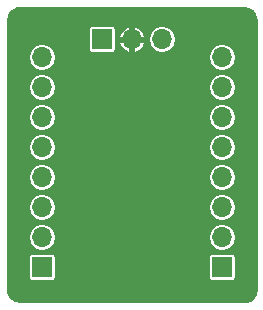
<source format=gbr>
G04 #@! TF.GenerationSoftware,KiCad,Pcbnew,(5.0.2)-1*
G04 #@! TF.CreationDate,2019-08-04T21:59:47-04:00*
G04 #@! TF.ProjectId,LSF0108PWR_Breakout,4c534630-3130-4385-9057-525f42726561,rev?*
G04 #@! TF.SameCoordinates,Original*
G04 #@! TF.FileFunction,Copper,L2,Bot*
G04 #@! TF.FilePolarity,Positive*
%FSLAX46Y46*%
G04 Gerber Fmt 4.6, Leading zero omitted, Abs format (unit mm)*
G04 Created by KiCad (PCBNEW (5.0.2)-1) date 8/4/2019 9:59:47 PM*
%MOMM*%
%LPD*%
G01*
G04 APERTURE LIST*
G04 #@! TA.AperFunction,ComponentPad*
%ADD10R,1.700000X1.700000*%
G04 #@! TD*
G04 #@! TA.AperFunction,ComponentPad*
%ADD11O,1.700000X1.700000*%
G04 #@! TD*
G04 #@! TA.AperFunction,ViaPad*
%ADD12C,0.800000*%
G04 #@! TD*
G04 #@! TA.AperFunction,Conductor*
%ADD13C,0.254000*%
G04 #@! TD*
G04 APERTURE END LIST*
D10*
G04 #@! TO.P,J1,1*
G04 #@! TO.N,Net-(J1-Pad1)*
X124460000Y-93980000D03*
D11*
G04 #@! TO.P,J1,2*
G04 #@! TO.N,Net-(J1-Pad2)*
X124460000Y-91440000D03*
G04 #@! TO.P,J1,3*
G04 #@! TO.N,Net-(J1-Pad3)*
X124460000Y-88900000D03*
G04 #@! TO.P,J1,4*
G04 #@! TO.N,Net-(J1-Pad4)*
X124460000Y-86360000D03*
G04 #@! TO.P,J1,5*
G04 #@! TO.N,Net-(J1-Pad5)*
X124460000Y-83820000D03*
G04 #@! TO.P,J1,6*
G04 #@! TO.N,Net-(J1-Pad6)*
X124460000Y-81280000D03*
G04 #@! TO.P,J1,7*
G04 #@! TO.N,Net-(J1-Pad7)*
X124460000Y-78740000D03*
G04 #@! TO.P,J1,8*
G04 #@! TO.N,Net-(J1-Pad8)*
X124460000Y-76200000D03*
G04 #@! TD*
G04 #@! TO.P,J2,8*
G04 #@! TO.N,Net-(J2-Pad8)*
X139700000Y-76200000D03*
G04 #@! TO.P,J2,7*
G04 #@! TO.N,Net-(J2-Pad7)*
X139700000Y-78740000D03*
G04 #@! TO.P,J2,6*
G04 #@! TO.N,Net-(J2-Pad6)*
X139700000Y-81280000D03*
G04 #@! TO.P,J2,5*
G04 #@! TO.N,Net-(J2-Pad5)*
X139700000Y-83820000D03*
G04 #@! TO.P,J2,4*
G04 #@! TO.N,Net-(J2-Pad4)*
X139700000Y-86360000D03*
G04 #@! TO.P,J2,3*
G04 #@! TO.N,Net-(J2-Pad3)*
X139700000Y-88900000D03*
G04 #@! TO.P,J2,2*
G04 #@! TO.N,Net-(J2-Pad2)*
X139700000Y-91440000D03*
D10*
G04 #@! TO.P,J2,1*
G04 #@! TO.N,Net-(J2-Pad1)*
X139700000Y-93980000D03*
G04 #@! TD*
G04 #@! TO.P,J3,1*
G04 #@! TO.N,Net-(C1-Pad1)*
X129540000Y-74676000D03*
D11*
G04 #@! TO.P,J3,2*
G04 #@! TO.N,GND*
X132080000Y-74676000D03*
G04 #@! TO.P,J3,3*
G04 #@! TO.N,Net-(J3-Pad3)*
X134620000Y-74676000D03*
G04 #@! TD*
D12*
G04 #@! TO.N,GND*
X122174000Y-94488000D03*
X122174000Y-90678000D03*
X122174000Y-86868000D03*
X122174000Y-83058000D03*
X122174000Y-79502000D03*
X122174000Y-75946000D03*
X141986000Y-75692000D03*
X141986000Y-79248000D03*
X141986000Y-82804000D03*
X141986000Y-86360000D03*
X141986000Y-90170000D03*
X141986000Y-94234000D03*
X132080000Y-78041500D03*
X132080000Y-79311500D03*
X130746500Y-80264000D03*
X132080000Y-80708500D03*
X132080000Y-82105500D03*
X129159000Y-82359500D03*
X131318000Y-83883500D03*
G04 #@! TD*
D13*
G04 #@! TO.N,GND*
G36*
X141934482Y-72119755D02*
X142224224Y-72287038D01*
X142439278Y-72543329D01*
X142558320Y-72870396D01*
X142573000Y-73038187D01*
X142573001Y-95858572D01*
X142510245Y-96214484D01*
X142342962Y-96504224D01*
X142086671Y-96719278D01*
X141759606Y-96838320D01*
X141591812Y-96853000D01*
X122581422Y-96853000D01*
X122225516Y-96790245D01*
X121935776Y-96622962D01*
X121720722Y-96366671D01*
X121601680Y-96039606D01*
X121587000Y-95871812D01*
X121587000Y-93130000D01*
X123276594Y-93130000D01*
X123276594Y-94830000D01*
X123301973Y-94957589D01*
X123374246Y-95065754D01*
X123482411Y-95138027D01*
X123610000Y-95163406D01*
X125310000Y-95163406D01*
X125437589Y-95138027D01*
X125545754Y-95065754D01*
X125618027Y-94957589D01*
X125643406Y-94830000D01*
X125643406Y-93130000D01*
X138516594Y-93130000D01*
X138516594Y-94830000D01*
X138541973Y-94957589D01*
X138614246Y-95065754D01*
X138722411Y-95138027D01*
X138850000Y-95163406D01*
X140550000Y-95163406D01*
X140677589Y-95138027D01*
X140785754Y-95065754D01*
X140858027Y-94957589D01*
X140883406Y-94830000D01*
X140883406Y-93130000D01*
X140858027Y-93002411D01*
X140785754Y-92894246D01*
X140677589Y-92821973D01*
X140550000Y-92796594D01*
X138850000Y-92796594D01*
X138722411Y-92821973D01*
X138614246Y-92894246D01*
X138541973Y-93002411D01*
X138516594Y-93130000D01*
X125643406Y-93130000D01*
X125618027Y-93002411D01*
X125545754Y-92894246D01*
X125437589Y-92821973D01*
X125310000Y-92796594D01*
X123610000Y-92796594D01*
X123482411Y-92821973D01*
X123374246Y-92894246D01*
X123301973Y-93002411D01*
X123276594Y-93130000D01*
X121587000Y-93130000D01*
X121587000Y-91440000D01*
X123259942Y-91440000D01*
X123351291Y-91899242D01*
X123611431Y-92288569D01*
X124000758Y-92548709D01*
X124344080Y-92617000D01*
X124575920Y-92617000D01*
X124919242Y-92548709D01*
X125308569Y-92288569D01*
X125568709Y-91899242D01*
X125660058Y-91440000D01*
X138499942Y-91440000D01*
X138591291Y-91899242D01*
X138851431Y-92288569D01*
X139240758Y-92548709D01*
X139584080Y-92617000D01*
X139815920Y-92617000D01*
X140159242Y-92548709D01*
X140548569Y-92288569D01*
X140808709Y-91899242D01*
X140900058Y-91440000D01*
X140808709Y-90980758D01*
X140548569Y-90591431D01*
X140159242Y-90331291D01*
X139815920Y-90263000D01*
X139584080Y-90263000D01*
X139240758Y-90331291D01*
X138851431Y-90591431D01*
X138591291Y-90980758D01*
X138499942Y-91440000D01*
X125660058Y-91440000D01*
X125568709Y-90980758D01*
X125308569Y-90591431D01*
X124919242Y-90331291D01*
X124575920Y-90263000D01*
X124344080Y-90263000D01*
X124000758Y-90331291D01*
X123611431Y-90591431D01*
X123351291Y-90980758D01*
X123259942Y-91440000D01*
X121587000Y-91440000D01*
X121587000Y-88900000D01*
X123259942Y-88900000D01*
X123351291Y-89359242D01*
X123611431Y-89748569D01*
X124000758Y-90008709D01*
X124344080Y-90077000D01*
X124575920Y-90077000D01*
X124919242Y-90008709D01*
X125308569Y-89748569D01*
X125568709Y-89359242D01*
X125660058Y-88900000D01*
X138499942Y-88900000D01*
X138591291Y-89359242D01*
X138851431Y-89748569D01*
X139240758Y-90008709D01*
X139584080Y-90077000D01*
X139815920Y-90077000D01*
X140159242Y-90008709D01*
X140548569Y-89748569D01*
X140808709Y-89359242D01*
X140900058Y-88900000D01*
X140808709Y-88440758D01*
X140548569Y-88051431D01*
X140159242Y-87791291D01*
X139815920Y-87723000D01*
X139584080Y-87723000D01*
X139240758Y-87791291D01*
X138851431Y-88051431D01*
X138591291Y-88440758D01*
X138499942Y-88900000D01*
X125660058Y-88900000D01*
X125568709Y-88440758D01*
X125308569Y-88051431D01*
X124919242Y-87791291D01*
X124575920Y-87723000D01*
X124344080Y-87723000D01*
X124000758Y-87791291D01*
X123611431Y-88051431D01*
X123351291Y-88440758D01*
X123259942Y-88900000D01*
X121587000Y-88900000D01*
X121587000Y-86360000D01*
X123259942Y-86360000D01*
X123351291Y-86819242D01*
X123611431Y-87208569D01*
X124000758Y-87468709D01*
X124344080Y-87537000D01*
X124575920Y-87537000D01*
X124919242Y-87468709D01*
X125308569Y-87208569D01*
X125568709Y-86819242D01*
X125660058Y-86360000D01*
X138499942Y-86360000D01*
X138591291Y-86819242D01*
X138851431Y-87208569D01*
X139240758Y-87468709D01*
X139584080Y-87537000D01*
X139815920Y-87537000D01*
X140159242Y-87468709D01*
X140548569Y-87208569D01*
X140808709Y-86819242D01*
X140900058Y-86360000D01*
X140808709Y-85900758D01*
X140548569Y-85511431D01*
X140159242Y-85251291D01*
X139815920Y-85183000D01*
X139584080Y-85183000D01*
X139240758Y-85251291D01*
X138851431Y-85511431D01*
X138591291Y-85900758D01*
X138499942Y-86360000D01*
X125660058Y-86360000D01*
X125568709Y-85900758D01*
X125308569Y-85511431D01*
X124919242Y-85251291D01*
X124575920Y-85183000D01*
X124344080Y-85183000D01*
X124000758Y-85251291D01*
X123611431Y-85511431D01*
X123351291Y-85900758D01*
X123259942Y-86360000D01*
X121587000Y-86360000D01*
X121587000Y-83820000D01*
X123259942Y-83820000D01*
X123351291Y-84279242D01*
X123611431Y-84668569D01*
X124000758Y-84928709D01*
X124344080Y-84997000D01*
X124575920Y-84997000D01*
X124919242Y-84928709D01*
X125308569Y-84668569D01*
X125568709Y-84279242D01*
X125660058Y-83820000D01*
X138499942Y-83820000D01*
X138591291Y-84279242D01*
X138851431Y-84668569D01*
X139240758Y-84928709D01*
X139584080Y-84997000D01*
X139815920Y-84997000D01*
X140159242Y-84928709D01*
X140548569Y-84668569D01*
X140808709Y-84279242D01*
X140900058Y-83820000D01*
X140808709Y-83360758D01*
X140548569Y-82971431D01*
X140159242Y-82711291D01*
X139815920Y-82643000D01*
X139584080Y-82643000D01*
X139240758Y-82711291D01*
X138851431Y-82971431D01*
X138591291Y-83360758D01*
X138499942Y-83820000D01*
X125660058Y-83820000D01*
X125568709Y-83360758D01*
X125308569Y-82971431D01*
X124919242Y-82711291D01*
X124575920Y-82643000D01*
X124344080Y-82643000D01*
X124000758Y-82711291D01*
X123611431Y-82971431D01*
X123351291Y-83360758D01*
X123259942Y-83820000D01*
X121587000Y-83820000D01*
X121587000Y-81280000D01*
X123259942Y-81280000D01*
X123351291Y-81739242D01*
X123611431Y-82128569D01*
X124000758Y-82388709D01*
X124344080Y-82457000D01*
X124575920Y-82457000D01*
X124919242Y-82388709D01*
X125308569Y-82128569D01*
X125568709Y-81739242D01*
X125660058Y-81280000D01*
X138499942Y-81280000D01*
X138591291Y-81739242D01*
X138851431Y-82128569D01*
X139240758Y-82388709D01*
X139584080Y-82457000D01*
X139815920Y-82457000D01*
X140159242Y-82388709D01*
X140548569Y-82128569D01*
X140808709Y-81739242D01*
X140900058Y-81280000D01*
X140808709Y-80820758D01*
X140548569Y-80431431D01*
X140159242Y-80171291D01*
X139815920Y-80103000D01*
X139584080Y-80103000D01*
X139240758Y-80171291D01*
X138851431Y-80431431D01*
X138591291Y-80820758D01*
X138499942Y-81280000D01*
X125660058Y-81280000D01*
X125568709Y-80820758D01*
X125308569Y-80431431D01*
X124919242Y-80171291D01*
X124575920Y-80103000D01*
X124344080Y-80103000D01*
X124000758Y-80171291D01*
X123611431Y-80431431D01*
X123351291Y-80820758D01*
X123259942Y-81280000D01*
X121587000Y-81280000D01*
X121587000Y-78740000D01*
X123259942Y-78740000D01*
X123351291Y-79199242D01*
X123611431Y-79588569D01*
X124000758Y-79848709D01*
X124344080Y-79917000D01*
X124575920Y-79917000D01*
X124919242Y-79848709D01*
X125308569Y-79588569D01*
X125568709Y-79199242D01*
X125660058Y-78740000D01*
X138499942Y-78740000D01*
X138591291Y-79199242D01*
X138851431Y-79588569D01*
X139240758Y-79848709D01*
X139584080Y-79917000D01*
X139815920Y-79917000D01*
X140159242Y-79848709D01*
X140548569Y-79588569D01*
X140808709Y-79199242D01*
X140900058Y-78740000D01*
X140808709Y-78280758D01*
X140548569Y-77891431D01*
X140159242Y-77631291D01*
X139815920Y-77563000D01*
X139584080Y-77563000D01*
X139240758Y-77631291D01*
X138851431Y-77891431D01*
X138591291Y-78280758D01*
X138499942Y-78740000D01*
X125660058Y-78740000D01*
X125568709Y-78280758D01*
X125308569Y-77891431D01*
X124919242Y-77631291D01*
X124575920Y-77563000D01*
X124344080Y-77563000D01*
X124000758Y-77631291D01*
X123611431Y-77891431D01*
X123351291Y-78280758D01*
X123259942Y-78740000D01*
X121587000Y-78740000D01*
X121587000Y-76200000D01*
X123259942Y-76200000D01*
X123351291Y-76659242D01*
X123611431Y-77048569D01*
X124000758Y-77308709D01*
X124344080Y-77377000D01*
X124575920Y-77377000D01*
X124919242Y-77308709D01*
X125308569Y-77048569D01*
X125568709Y-76659242D01*
X125660058Y-76200000D01*
X138499942Y-76200000D01*
X138591291Y-76659242D01*
X138851431Y-77048569D01*
X139240758Y-77308709D01*
X139584080Y-77377000D01*
X139815920Y-77377000D01*
X140159242Y-77308709D01*
X140548569Y-77048569D01*
X140808709Y-76659242D01*
X140900058Y-76200000D01*
X140808709Y-75740758D01*
X140548569Y-75351431D01*
X140159242Y-75091291D01*
X139815920Y-75023000D01*
X139584080Y-75023000D01*
X139240758Y-75091291D01*
X138851431Y-75351431D01*
X138591291Y-75740758D01*
X138499942Y-76200000D01*
X125660058Y-76200000D01*
X125568709Y-75740758D01*
X125308569Y-75351431D01*
X124919242Y-75091291D01*
X124575920Y-75023000D01*
X124344080Y-75023000D01*
X124000758Y-75091291D01*
X123611431Y-75351431D01*
X123351291Y-75740758D01*
X123259942Y-76200000D01*
X121587000Y-76200000D01*
X121587000Y-73826000D01*
X128356594Y-73826000D01*
X128356594Y-75526000D01*
X128381973Y-75653589D01*
X128454246Y-75761754D01*
X128562411Y-75834027D01*
X128690000Y-75859406D01*
X130390000Y-75859406D01*
X130517589Y-75834027D01*
X130625754Y-75761754D01*
X130698027Y-75653589D01*
X130723406Y-75526000D01*
X130723406Y-74984487D01*
X130944134Y-74984487D01*
X131148650Y-75395682D01*
X131494955Y-75697312D01*
X131771515Y-75811855D01*
X131953000Y-75763862D01*
X131953000Y-74803000D01*
X132207000Y-74803000D01*
X132207000Y-75763862D01*
X132388485Y-75811855D01*
X132665045Y-75697312D01*
X133011350Y-75395682D01*
X133215866Y-74984487D01*
X133168390Y-74803000D01*
X132207000Y-74803000D01*
X131953000Y-74803000D01*
X130991610Y-74803000D01*
X130944134Y-74984487D01*
X130723406Y-74984487D01*
X130723406Y-74676000D01*
X133419942Y-74676000D01*
X133511291Y-75135242D01*
X133771431Y-75524569D01*
X134160758Y-75784709D01*
X134504080Y-75853000D01*
X134735920Y-75853000D01*
X135079242Y-75784709D01*
X135468569Y-75524569D01*
X135728709Y-75135242D01*
X135820058Y-74676000D01*
X135728709Y-74216758D01*
X135468569Y-73827431D01*
X135079242Y-73567291D01*
X134735920Y-73499000D01*
X134504080Y-73499000D01*
X134160758Y-73567291D01*
X133771431Y-73827431D01*
X133511291Y-74216758D01*
X133419942Y-74676000D01*
X130723406Y-74676000D01*
X130723406Y-74367513D01*
X130944134Y-74367513D01*
X130991610Y-74549000D01*
X131953000Y-74549000D01*
X131953000Y-73588138D01*
X132207000Y-73588138D01*
X132207000Y-74549000D01*
X133168390Y-74549000D01*
X133215866Y-74367513D01*
X133011350Y-73956318D01*
X132665045Y-73654688D01*
X132388485Y-73540145D01*
X132207000Y-73588138D01*
X131953000Y-73588138D01*
X131771515Y-73540145D01*
X131494955Y-73654688D01*
X131148650Y-73956318D01*
X130944134Y-74367513D01*
X130723406Y-74367513D01*
X130723406Y-73826000D01*
X130698027Y-73698411D01*
X130625754Y-73590246D01*
X130517589Y-73517973D01*
X130390000Y-73492594D01*
X128690000Y-73492594D01*
X128562411Y-73517973D01*
X128454246Y-73590246D01*
X128381973Y-73698411D01*
X128356594Y-73826000D01*
X121587000Y-73826000D01*
X121587000Y-73051421D01*
X121649755Y-72695518D01*
X121817038Y-72405776D01*
X122073329Y-72190722D01*
X122400396Y-72071680D01*
X122568187Y-72057000D01*
X141578579Y-72057000D01*
X141934482Y-72119755D01*
X141934482Y-72119755D01*
G37*
X141934482Y-72119755D02*
X142224224Y-72287038D01*
X142439278Y-72543329D01*
X142558320Y-72870396D01*
X142573000Y-73038187D01*
X142573001Y-95858572D01*
X142510245Y-96214484D01*
X142342962Y-96504224D01*
X142086671Y-96719278D01*
X141759606Y-96838320D01*
X141591812Y-96853000D01*
X122581422Y-96853000D01*
X122225516Y-96790245D01*
X121935776Y-96622962D01*
X121720722Y-96366671D01*
X121601680Y-96039606D01*
X121587000Y-95871812D01*
X121587000Y-93130000D01*
X123276594Y-93130000D01*
X123276594Y-94830000D01*
X123301973Y-94957589D01*
X123374246Y-95065754D01*
X123482411Y-95138027D01*
X123610000Y-95163406D01*
X125310000Y-95163406D01*
X125437589Y-95138027D01*
X125545754Y-95065754D01*
X125618027Y-94957589D01*
X125643406Y-94830000D01*
X125643406Y-93130000D01*
X138516594Y-93130000D01*
X138516594Y-94830000D01*
X138541973Y-94957589D01*
X138614246Y-95065754D01*
X138722411Y-95138027D01*
X138850000Y-95163406D01*
X140550000Y-95163406D01*
X140677589Y-95138027D01*
X140785754Y-95065754D01*
X140858027Y-94957589D01*
X140883406Y-94830000D01*
X140883406Y-93130000D01*
X140858027Y-93002411D01*
X140785754Y-92894246D01*
X140677589Y-92821973D01*
X140550000Y-92796594D01*
X138850000Y-92796594D01*
X138722411Y-92821973D01*
X138614246Y-92894246D01*
X138541973Y-93002411D01*
X138516594Y-93130000D01*
X125643406Y-93130000D01*
X125618027Y-93002411D01*
X125545754Y-92894246D01*
X125437589Y-92821973D01*
X125310000Y-92796594D01*
X123610000Y-92796594D01*
X123482411Y-92821973D01*
X123374246Y-92894246D01*
X123301973Y-93002411D01*
X123276594Y-93130000D01*
X121587000Y-93130000D01*
X121587000Y-91440000D01*
X123259942Y-91440000D01*
X123351291Y-91899242D01*
X123611431Y-92288569D01*
X124000758Y-92548709D01*
X124344080Y-92617000D01*
X124575920Y-92617000D01*
X124919242Y-92548709D01*
X125308569Y-92288569D01*
X125568709Y-91899242D01*
X125660058Y-91440000D01*
X138499942Y-91440000D01*
X138591291Y-91899242D01*
X138851431Y-92288569D01*
X139240758Y-92548709D01*
X139584080Y-92617000D01*
X139815920Y-92617000D01*
X140159242Y-92548709D01*
X140548569Y-92288569D01*
X140808709Y-91899242D01*
X140900058Y-91440000D01*
X140808709Y-90980758D01*
X140548569Y-90591431D01*
X140159242Y-90331291D01*
X139815920Y-90263000D01*
X139584080Y-90263000D01*
X139240758Y-90331291D01*
X138851431Y-90591431D01*
X138591291Y-90980758D01*
X138499942Y-91440000D01*
X125660058Y-91440000D01*
X125568709Y-90980758D01*
X125308569Y-90591431D01*
X124919242Y-90331291D01*
X124575920Y-90263000D01*
X124344080Y-90263000D01*
X124000758Y-90331291D01*
X123611431Y-90591431D01*
X123351291Y-90980758D01*
X123259942Y-91440000D01*
X121587000Y-91440000D01*
X121587000Y-88900000D01*
X123259942Y-88900000D01*
X123351291Y-89359242D01*
X123611431Y-89748569D01*
X124000758Y-90008709D01*
X124344080Y-90077000D01*
X124575920Y-90077000D01*
X124919242Y-90008709D01*
X125308569Y-89748569D01*
X125568709Y-89359242D01*
X125660058Y-88900000D01*
X138499942Y-88900000D01*
X138591291Y-89359242D01*
X138851431Y-89748569D01*
X139240758Y-90008709D01*
X139584080Y-90077000D01*
X139815920Y-90077000D01*
X140159242Y-90008709D01*
X140548569Y-89748569D01*
X140808709Y-89359242D01*
X140900058Y-88900000D01*
X140808709Y-88440758D01*
X140548569Y-88051431D01*
X140159242Y-87791291D01*
X139815920Y-87723000D01*
X139584080Y-87723000D01*
X139240758Y-87791291D01*
X138851431Y-88051431D01*
X138591291Y-88440758D01*
X138499942Y-88900000D01*
X125660058Y-88900000D01*
X125568709Y-88440758D01*
X125308569Y-88051431D01*
X124919242Y-87791291D01*
X124575920Y-87723000D01*
X124344080Y-87723000D01*
X124000758Y-87791291D01*
X123611431Y-88051431D01*
X123351291Y-88440758D01*
X123259942Y-88900000D01*
X121587000Y-88900000D01*
X121587000Y-86360000D01*
X123259942Y-86360000D01*
X123351291Y-86819242D01*
X123611431Y-87208569D01*
X124000758Y-87468709D01*
X124344080Y-87537000D01*
X124575920Y-87537000D01*
X124919242Y-87468709D01*
X125308569Y-87208569D01*
X125568709Y-86819242D01*
X125660058Y-86360000D01*
X138499942Y-86360000D01*
X138591291Y-86819242D01*
X138851431Y-87208569D01*
X139240758Y-87468709D01*
X139584080Y-87537000D01*
X139815920Y-87537000D01*
X140159242Y-87468709D01*
X140548569Y-87208569D01*
X140808709Y-86819242D01*
X140900058Y-86360000D01*
X140808709Y-85900758D01*
X140548569Y-85511431D01*
X140159242Y-85251291D01*
X139815920Y-85183000D01*
X139584080Y-85183000D01*
X139240758Y-85251291D01*
X138851431Y-85511431D01*
X138591291Y-85900758D01*
X138499942Y-86360000D01*
X125660058Y-86360000D01*
X125568709Y-85900758D01*
X125308569Y-85511431D01*
X124919242Y-85251291D01*
X124575920Y-85183000D01*
X124344080Y-85183000D01*
X124000758Y-85251291D01*
X123611431Y-85511431D01*
X123351291Y-85900758D01*
X123259942Y-86360000D01*
X121587000Y-86360000D01*
X121587000Y-83820000D01*
X123259942Y-83820000D01*
X123351291Y-84279242D01*
X123611431Y-84668569D01*
X124000758Y-84928709D01*
X124344080Y-84997000D01*
X124575920Y-84997000D01*
X124919242Y-84928709D01*
X125308569Y-84668569D01*
X125568709Y-84279242D01*
X125660058Y-83820000D01*
X138499942Y-83820000D01*
X138591291Y-84279242D01*
X138851431Y-84668569D01*
X139240758Y-84928709D01*
X139584080Y-84997000D01*
X139815920Y-84997000D01*
X140159242Y-84928709D01*
X140548569Y-84668569D01*
X140808709Y-84279242D01*
X140900058Y-83820000D01*
X140808709Y-83360758D01*
X140548569Y-82971431D01*
X140159242Y-82711291D01*
X139815920Y-82643000D01*
X139584080Y-82643000D01*
X139240758Y-82711291D01*
X138851431Y-82971431D01*
X138591291Y-83360758D01*
X138499942Y-83820000D01*
X125660058Y-83820000D01*
X125568709Y-83360758D01*
X125308569Y-82971431D01*
X124919242Y-82711291D01*
X124575920Y-82643000D01*
X124344080Y-82643000D01*
X124000758Y-82711291D01*
X123611431Y-82971431D01*
X123351291Y-83360758D01*
X123259942Y-83820000D01*
X121587000Y-83820000D01*
X121587000Y-81280000D01*
X123259942Y-81280000D01*
X123351291Y-81739242D01*
X123611431Y-82128569D01*
X124000758Y-82388709D01*
X124344080Y-82457000D01*
X124575920Y-82457000D01*
X124919242Y-82388709D01*
X125308569Y-82128569D01*
X125568709Y-81739242D01*
X125660058Y-81280000D01*
X138499942Y-81280000D01*
X138591291Y-81739242D01*
X138851431Y-82128569D01*
X139240758Y-82388709D01*
X139584080Y-82457000D01*
X139815920Y-82457000D01*
X140159242Y-82388709D01*
X140548569Y-82128569D01*
X140808709Y-81739242D01*
X140900058Y-81280000D01*
X140808709Y-80820758D01*
X140548569Y-80431431D01*
X140159242Y-80171291D01*
X139815920Y-80103000D01*
X139584080Y-80103000D01*
X139240758Y-80171291D01*
X138851431Y-80431431D01*
X138591291Y-80820758D01*
X138499942Y-81280000D01*
X125660058Y-81280000D01*
X125568709Y-80820758D01*
X125308569Y-80431431D01*
X124919242Y-80171291D01*
X124575920Y-80103000D01*
X124344080Y-80103000D01*
X124000758Y-80171291D01*
X123611431Y-80431431D01*
X123351291Y-80820758D01*
X123259942Y-81280000D01*
X121587000Y-81280000D01*
X121587000Y-78740000D01*
X123259942Y-78740000D01*
X123351291Y-79199242D01*
X123611431Y-79588569D01*
X124000758Y-79848709D01*
X124344080Y-79917000D01*
X124575920Y-79917000D01*
X124919242Y-79848709D01*
X125308569Y-79588569D01*
X125568709Y-79199242D01*
X125660058Y-78740000D01*
X138499942Y-78740000D01*
X138591291Y-79199242D01*
X138851431Y-79588569D01*
X139240758Y-79848709D01*
X139584080Y-79917000D01*
X139815920Y-79917000D01*
X140159242Y-79848709D01*
X140548569Y-79588569D01*
X140808709Y-79199242D01*
X140900058Y-78740000D01*
X140808709Y-78280758D01*
X140548569Y-77891431D01*
X140159242Y-77631291D01*
X139815920Y-77563000D01*
X139584080Y-77563000D01*
X139240758Y-77631291D01*
X138851431Y-77891431D01*
X138591291Y-78280758D01*
X138499942Y-78740000D01*
X125660058Y-78740000D01*
X125568709Y-78280758D01*
X125308569Y-77891431D01*
X124919242Y-77631291D01*
X124575920Y-77563000D01*
X124344080Y-77563000D01*
X124000758Y-77631291D01*
X123611431Y-77891431D01*
X123351291Y-78280758D01*
X123259942Y-78740000D01*
X121587000Y-78740000D01*
X121587000Y-76200000D01*
X123259942Y-76200000D01*
X123351291Y-76659242D01*
X123611431Y-77048569D01*
X124000758Y-77308709D01*
X124344080Y-77377000D01*
X124575920Y-77377000D01*
X124919242Y-77308709D01*
X125308569Y-77048569D01*
X125568709Y-76659242D01*
X125660058Y-76200000D01*
X138499942Y-76200000D01*
X138591291Y-76659242D01*
X138851431Y-77048569D01*
X139240758Y-77308709D01*
X139584080Y-77377000D01*
X139815920Y-77377000D01*
X140159242Y-77308709D01*
X140548569Y-77048569D01*
X140808709Y-76659242D01*
X140900058Y-76200000D01*
X140808709Y-75740758D01*
X140548569Y-75351431D01*
X140159242Y-75091291D01*
X139815920Y-75023000D01*
X139584080Y-75023000D01*
X139240758Y-75091291D01*
X138851431Y-75351431D01*
X138591291Y-75740758D01*
X138499942Y-76200000D01*
X125660058Y-76200000D01*
X125568709Y-75740758D01*
X125308569Y-75351431D01*
X124919242Y-75091291D01*
X124575920Y-75023000D01*
X124344080Y-75023000D01*
X124000758Y-75091291D01*
X123611431Y-75351431D01*
X123351291Y-75740758D01*
X123259942Y-76200000D01*
X121587000Y-76200000D01*
X121587000Y-73826000D01*
X128356594Y-73826000D01*
X128356594Y-75526000D01*
X128381973Y-75653589D01*
X128454246Y-75761754D01*
X128562411Y-75834027D01*
X128690000Y-75859406D01*
X130390000Y-75859406D01*
X130517589Y-75834027D01*
X130625754Y-75761754D01*
X130698027Y-75653589D01*
X130723406Y-75526000D01*
X130723406Y-74984487D01*
X130944134Y-74984487D01*
X131148650Y-75395682D01*
X131494955Y-75697312D01*
X131771515Y-75811855D01*
X131953000Y-75763862D01*
X131953000Y-74803000D01*
X132207000Y-74803000D01*
X132207000Y-75763862D01*
X132388485Y-75811855D01*
X132665045Y-75697312D01*
X133011350Y-75395682D01*
X133215866Y-74984487D01*
X133168390Y-74803000D01*
X132207000Y-74803000D01*
X131953000Y-74803000D01*
X130991610Y-74803000D01*
X130944134Y-74984487D01*
X130723406Y-74984487D01*
X130723406Y-74676000D01*
X133419942Y-74676000D01*
X133511291Y-75135242D01*
X133771431Y-75524569D01*
X134160758Y-75784709D01*
X134504080Y-75853000D01*
X134735920Y-75853000D01*
X135079242Y-75784709D01*
X135468569Y-75524569D01*
X135728709Y-75135242D01*
X135820058Y-74676000D01*
X135728709Y-74216758D01*
X135468569Y-73827431D01*
X135079242Y-73567291D01*
X134735920Y-73499000D01*
X134504080Y-73499000D01*
X134160758Y-73567291D01*
X133771431Y-73827431D01*
X133511291Y-74216758D01*
X133419942Y-74676000D01*
X130723406Y-74676000D01*
X130723406Y-74367513D01*
X130944134Y-74367513D01*
X130991610Y-74549000D01*
X131953000Y-74549000D01*
X131953000Y-73588138D01*
X132207000Y-73588138D01*
X132207000Y-74549000D01*
X133168390Y-74549000D01*
X133215866Y-74367513D01*
X133011350Y-73956318D01*
X132665045Y-73654688D01*
X132388485Y-73540145D01*
X132207000Y-73588138D01*
X131953000Y-73588138D01*
X131771515Y-73540145D01*
X131494955Y-73654688D01*
X131148650Y-73956318D01*
X130944134Y-74367513D01*
X130723406Y-74367513D01*
X130723406Y-73826000D01*
X130698027Y-73698411D01*
X130625754Y-73590246D01*
X130517589Y-73517973D01*
X130390000Y-73492594D01*
X128690000Y-73492594D01*
X128562411Y-73517973D01*
X128454246Y-73590246D01*
X128381973Y-73698411D01*
X128356594Y-73826000D01*
X121587000Y-73826000D01*
X121587000Y-73051421D01*
X121649755Y-72695518D01*
X121817038Y-72405776D01*
X122073329Y-72190722D01*
X122400396Y-72071680D01*
X122568187Y-72057000D01*
X141578579Y-72057000D01*
X141934482Y-72119755D01*
G04 #@! TD*
M02*

</source>
